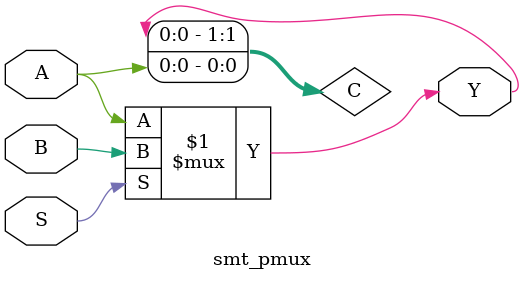
<source format=v>
(* techmap_celltype = "$pmux" *)
module smt_pmux (A, B, S, Y);
	parameter WIDTH = 1;
	parameter S_WIDTH = 1;

	(* force_downto *)
	input [WIDTH-1:0] A;
	(* force_downto *)
	input [WIDTH*S_WIDTH-1:0] B;
	(* force_downto *)
	input [S_WIDTH-1:0] S;
	(* force_downto *)
	output [WIDTH-1:0] Y;

	(* force_downto *)
	wire [WIDTH-1:0] Y_B;

	genvar i, j;
	generate
		(* force_downto *)
		wire [WIDTH*(S_WIDTH+1)-1:0] C;

		assign C[WIDTH-1:0] = A;
		for (i = 0; i < S_WIDTH; i = i + 1)
			assign C[WIDTH*(i+2)-1:WIDTH*(i+1)] = S[i] ? B[WIDTH*(i+1)-1:WIDTH*i] : C[WIDTH*(i+1)-1:WIDTH*i];
		assign Y = C[WIDTH*(S_WIDTH+1)-1:WIDTH*S_WIDTH];
	endgenerate
endmodule

</source>
